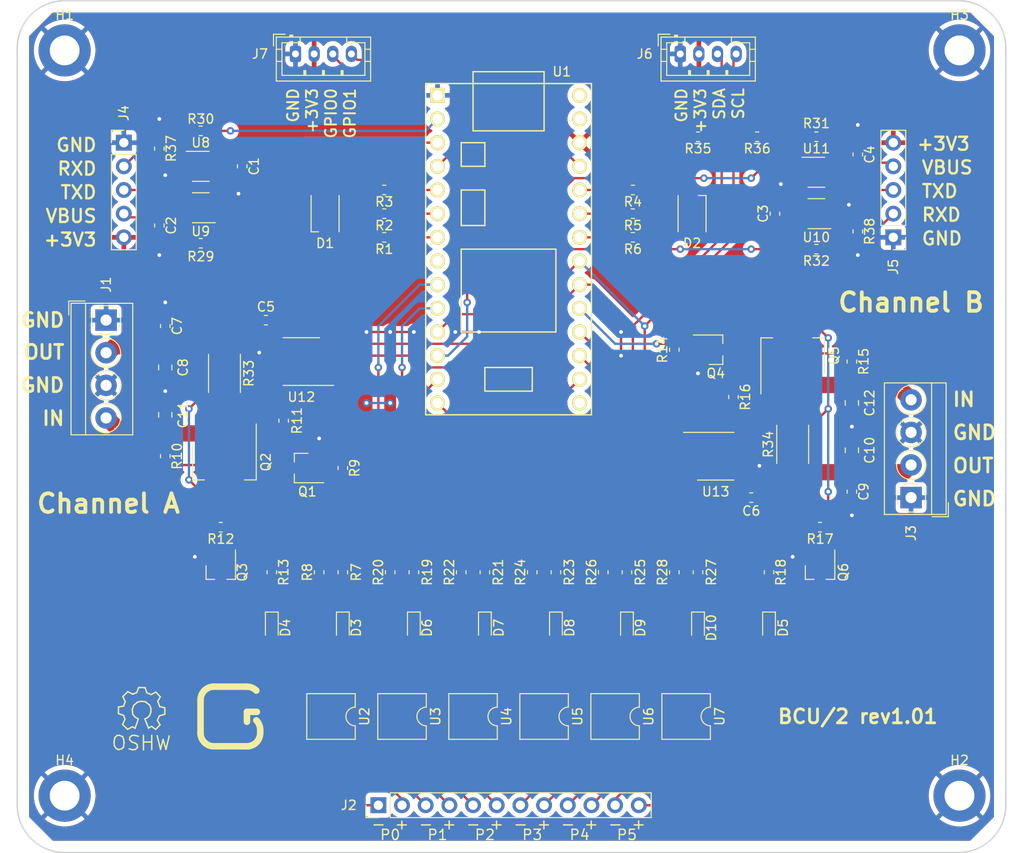
<source format=kicad_pcb>
(kicad_pcb (version 20211014) (generator pcbnew)
  (layers (0 "F.Cu" signal) (31 "B.Cu" signal) (34 "B.Paste" user) (35 "F.Paste" user) (36 "B.SilkS" user "B.Silkscreen") (37 "F.SilkS" user "F.Silkscreen") (38 "B.Mask" user) (39 "F.Mask" user) (44 "Edge.Cuts" user))
  (net 0 "")
  (net 1 "Net-(D2-Pad3)")
  (net 2 "Net-(D2-Pad4)")
  (net 3 "GND")
  (net 4 "+3V3")
  (net 5 "Net-(D3-Pad1)")
  (net 6 "Net-(D4-Pad1)")
  (net 7 "Net-(D5-Pad1)")
  (net 8 "Net-(D6-Pad1)")
  (net 9 "Net-(D7-Pad1)")
  (net 10 "Net-(D8-Pad1)")
  (net 11 "Net-(D9-Pad1)")
  (net 12 "Net-(D10-Pad1)")
  (net 13 "/Power Channel A/OUT")
  (net 14 "/Power Channel A/IN")
  (net 15 "P0-")
  (net 16 "P0+")
  (net 17 "P1-")
  (net 18 "P1+")
  (net 19 "P2-")
  (net 20 "P2+")
  (net 21 "P3-")
  (net 22 "P3+")
  (net 23 "P4-")
  (net 24 "P4+")
  (net 25 "P5-")
  (net 26 "P5+")
  (net 27 "PWRA_EN")
  (net 28 "Net-(Q2-Pad1)")
  (net 29 "PWRB_EN")
  (net 30 "Net-(Q5-Pad1)")
  (net 31 "LEDA_R")
  (net 32 "Net-(D1-Pad4)")
  (net 33 "LEDA_G")
  (net 34 "LEDA_B")
  (net 35 "Net-(D1-Pad3)")
  (net 36 "LEDB_R")
  (net 37 "LEDB_G")
  (net 38 "LEDB_B")
  (net 39 "P0")
  (net 40 "Net-(R8-Pad2)")
  (net 41 "P1")
  (net 42 "Net-(R20-Pad2)")
  (net 43 "P2")
  (net 44 "Net-(R22-Pad2)")
  (net 45 "P3")
  (net 46 "Net-(R24-Pad2)")
  (net 47 "P4")
  (net 48 "Net-(R26-Pad2)")
  (net 49 "P5")
  (net 50 "Net-(R28-Pad2)")
  (net 51 "UARTA_TX")
  (net 52 "UARTA_RX")
  (net 53 "UARTB_TX")
  (net 54 "UARTB_RX")
  (net 55 "/UART Channel A/VBUS")
  (net 56 "/UART Channel B/VBUS")
  (net 57 "Net-(Q1-Pad3)")
  (net 58 "Net-(Q3-Pad3)")
  (net 59 "Net-(Q4-Pad3)")
  (net 60 "Net-(Q6-Pad3)")
  (net 61 "/Power Channel B/IN")
  (net 62 "/Power Channel B/OUT")
  (net 63 "SCL")
  (net 64 "SDA")
  (net 65 "Net-(Q2-Pad2)")
  (net 66 "Net-(Q5-Pad2)")
  (net 67 "/UART Channel A/RXD")
  (net 68 "/UART Channel A/TXD")
  (net 69 "/UART Channel B/TXD")
  (net 70 "/UART Channel B/RXD")
  (net 71 "GPIO0")
  (net 72 "GPIO1")
  (net 73 "Net-(D1-Pad2)")
  (net 74 "Net-(D2-Pad2)")
  (footprint "LED_SMD:LED_0603_1608Metric_Castellated" (layer "F.Cu") (at 171.45 109.855 -90)
    (fp_text reference "D9")
    (fp_text value "Yellow")
  )
  (footprint "Resistor_SMD:R_0603_1608Metric_Pad1.05x0.95mm_HandSolder" (layer "F.Cu") (at 171.45 103.9 -90)
    (fp_text reference "R25")
    (fp_text value "1K")
  )
  (footprint "LED_SMD:LED_0603_1608Metric_Castellated" (layer "F.Cu") (at 148.59 109.855 -90)
    (fp_text reference "D6")
    (fp_text value "Yellow")
  )
  (footprint "Resistor_SMD:R_0603_1608Metric_Pad1.05x0.95mm_HandSolder" (layer "F.Cu") (at 179.07 103.9 -90)
    (fp_text reference "R27")
    (fp_text value "1K")
  )
  (footprint "LED_SMD:LED_0603_1608Metric_Castellated" (layer "F.Cu") (at 156.21 109.855 -90)
    (fp_text reference "D7")
    (fp_text value "Yellow")
  )
  (footprint "LED_SMD:LED_0603_1608Metric_Castellated" (layer "F.Cu") (at 163.83 109.855 -90)
    (fp_text reference "D8")
    (fp_text value "Yellow")
  )
  (footprint "LED_SMD:LED_0603_1608Metric_Castellated" (layer "F.Cu") (at 179.07 109.855 -90)
    (fp_text reference "D10")
    (fp_text value "Yellow")
  )
  (footprint "Resistor_SMD:R_0603_1608Metric_Pad1.05x0.95mm_HandSolder" (layer "F.Cu") (at 163.83 103.9 -90)
    (fp_text reference "R23")
    (fp_text value "1K")
  )
  (footprint "Resistor_SMD:R_0603_1608Metric_Pad1.05x0.95mm_HandSolder" (layer "F.Cu") (at 140.97 103.9 -90)
    (fp_text reference "R7")
    (fp_text value "1K")
  )
  (footprint "Resistor_SMD:R_0603_1608Metric_Pad1.05x0.95mm_HandSolder" (layer "F.Cu") (at 148.59 103.9 -90)
    (fp_text reference "R19")
    (fp_text value "1K")
  )
  (footprint "Resistor_SMD:R_0603_1608Metric_Pad1.05x0.95mm_HandSolder" (layer "F.Cu") (at 156.21 103.9 -90)
    (fp_text reference "R21")
    (fp_text value "1K")
  )
  (footprint "Resistor_SMD:R_0603_1608Metric_Pad1.05x0.95mm_HandSolder" (layer "F.Cu") (at 182.88 85.09 90)
    (fp_text reference "R16")
    (fp_text value "47K")
  )
  (footprint "LED_SMD:LED_0603_1608Metric_Castellated" (layer "F.Cu") (at 140.97 109.855 -90)
    (fp_text reference "D3")
    (fp_text value "Yellow")
  )
  (footprint "Resistor_SMD:R_0603_1608Metric_Pad1.05x0.95mm_HandSolder" (layer "F.Cu") (at 161.29 103.9 -90)
    (fp_text reference "R24")
    (fp_text value "270")
  )
  (footprint "Resistor_SMD:R_0603_1608Metric_Pad1.05x0.95mm_HandSolder" (layer "F.Cu") (at 176.53 103.9 -90)
    (fp_text reference "R28")
    (fp_text value "270")
  )
  (footprint "Resistor_SMD:R_0603_1608Metric_Pad1.05x0.95mm_HandSolder" (layer "F.Cu") (at 168.91 103.9 -90)
    (fp_text reference "R26")
    (fp_text value "270")
  )
  (footprint "Resistor_SMD:R_0603_1608Metric_Pad1.05x0.95mm_HandSolder" (layer "F.Cu") (at 153.67 103.9 -90)
    (fp_text reference "R22")
    (fp_text value "270")
  )
  (footprint "Resistor_SMD:R_0603_1608Metric_Pad1.05x0.95mm_HandSolder" (layer "F.Cu") (at 146.05 103.9 -90)
    (fp_text reference "R20")
    (fp_text value "270")
  )
  (footprint "Resistor_SMD:R_0603_1608Metric_Pad1.05x0.95mm_HandSolder" (layer "F.Cu") (at 138.43 103.9 -90)
    (fp_text reference "R8")
    (fp_text value "270")
  )
  (footprint "Resistor_SMD:R_0603_1608Metric_Pad1.05x0.95mm_HandSolder" (layer "F.Cu") (at 172.085 67.945)
    (fp_text reference "R6")
    (fp_text value "100")
  )
  (footprint "Package_DIP:SMDIP-4_W7.62mm" (layer "F.Cu") (at 177.8 119.38 -90)
    (fp_text reference "U7")
    (fp_text value "HCPL-181")
  )
  (footprint "Package_DIP:SMDIP-4_W7.62mm" (layer "F.Cu") (at 162.56 119.38 -90)
    (fp_text reference "U5")
    (fp_text value "HCPL-181")
  )
  (footprint "Package_DIP:SMDIP-4_W7.62mm" (layer "F.Cu") (at 139.7 119.38 -90)
    (fp_text reference "U2")
    (fp_text value "HCPL-181")
  )
  (footprint "Package_DIP:SMDIP-4_W7.62mm" (layer "F.Cu") (at 170.18 119.38 -90)
    (fp_text reference "U6")
    (fp_text value "HCPL-181")
  )
  (footprint "Package_DIP:SMDIP-4_W7.62mm" (layer "F.Cu") (at 154.94 119.38 -90)
    (fp_text reference "U4")
    (fp_text value "HCPL-181")
  )
  (footprint "Package_DIP:SMDIP-4_W7.62mm" (layer "F.Cu") (at 147.32 119.38 -90)
    (fp_text reference "U3")
    (fp_text value "HCPL-181")
  )
  (footprint "LED_SMD:LED_0603_1608Metric_Castellated" (layer "F.Cu") (at 186.69 109.855 -90)
    (fp_text reference "D5")
    (fp_text value "Green")
  )
  (footprint "Resistor_SMD:R_0603_1608Metric_Pad1.05x0.95mm_HandSolder" (layer "F.Cu") (at 172.085 62.865)
    (fp_text reference "R4")
    (fp_text value "680")
  )
  (footprint "Package_SO:SOIC-8_3.9x4.9mm_P1.27mm" (layer "F.Cu") (at 136.525 81.28 180)
    (fp_text reference "U12")
    (fp_text value "INA219xID")
  )
  (footprint "Package_TO_SOT_SMD:SOT-223-3_TabPin2" (layer "F.Cu") (at 189.23 80.645 90)
    (fp_text reference "Q5")
    (fp_text value "NTF6P02")
  )
  (footprint "TerminalBlock_MetzConnect:TerminalBlock_MetzConnect_Type059_RT06304HBWC_1x04_P3.50mm_Horizontal" (layer "F.Cu") (at 201.93 95.885 90)
    (fp_text reference "J3")
    (fp_text value "Screw_Terminal_01x04")
  )
  (footprint "Resistor_SMD:R_2512_6332Metric_Pad1.52x3.35mm_HandSolder" (layer "F.Cu") (at 189.23 90.17 90)
    (fp_text reference "R34")
    (fp_text value "0.1 1% 2W")
  )
  (footprint "Capacitor_SMD:C_0805_2012Metric_Pad1.15x1.40mm_HandSolder" (layer "F.Cu") (at 195.58 90.805 -90)
    (fp_text reference "C10")
    (fp_text value "10µ")
  )
  (footprint "Package_SO:SOIC-8_3.9x4.9mm_P1.27mm" (layer "F.Cu") (at 180.975 91.44)
    (fp_text reference "U13")
    (fp_text value "INA219xID")
  )
  (footprint "Resistor_SMD:R_0603_1608Metric_Pad1.05x0.95mm_HandSolder" (layer "F.Cu") (at 195.58 81.28 90)
    (fp_text reference "R15")
    (fp_text value "47K")
  )
  (footprint "Capacitor_SMD:C_0603_1608Metric_Pad1.05x0.95mm_HandSolder" (layer "F.Cu") (at 184.785 95.885 180)
    (fp_text reference "C6")
    (fp_text value "100n")
  )
  (footprint "Capacitor_SMD:C_0805_2012Metric_Pad1.15x1.40mm_HandSolder" (layer "F.Cu") (at 195.58 85.725 90)
    (fp_text reference "C12")
    (fp_text value "10µ")
  )
  (footprint "Capacitor_SMD:C_0603_1608Metric_Pad1.05x0.95mm_HandSolder" (layer "F.Cu") (at 195.58 95.25 90)
    (fp_text reference "C9")
    (fp_text value "100n")
  )
  (footprint "Package_TO_SOT_SMD:SOT-23_Handsoldering" (layer "F.Cu") (at 180.975 80.01)
    (fp_text reference "Q4")
    (fp_text value "2N7002")
  )
  (footprint "Resistor_SMD:R_0603_1608Metric_Pad1.05x0.95mm_HandSolder" (layer "F.Cu") (at 176.53 80.01 -90)
    (fp_text reference "R14")
    (fp_text value "10K")
  )
  (footprint "Resistor_SMD:R_0603_1608Metric_Pad1.05x0.95mm_HandSolder" (layer "F.Cu") (at 186.69 103.9 90)
    (fp_text reference "R18")
    (fp_text value "1K")
  )
  (footprint "Resistor_SMD:R_2512_6332Metric_Pad1.52x3.35mm_HandSolder" (layer "F.Cu") (at 128.27 82.55 -90)
    (fp_text reference "R33")
    (fp_text value "0.1 1% 2W")
  )
  (footprint "TerminalBlock_MetzConnect:TerminalBlock_MetzConnect_Type059_RT06304HBWC_1x04_P3.50mm_Horizontal" (layer "F.Cu") (at 115.57 76.835 -90)
    (fp_text reference "J1")
    (fp_text value "Screw_Terminal_01x04")
  )
  (footprint "Resistor_SMD:R_0603_1608Metric_Pad1.05x0.95mm_HandSolder" (layer "F.Cu") (at 145.415 65.405 180)
    (fp_text reference "R2")
    (fp_text value "100")
  )
  (footprint "Package_TO_SOT_SMD:SOT-23-5_HandSoldering" (layer "F.Cu") (at 191.77 60.96)
    (fp_text reference "U11")
    (fp_text value "74LV1T08")
  )
  (footprint "Capacitor_SMD:C_0603_1608Metric_Pad1.05x0.95mm_HandSolder" (layer "F.Cu") (at 196.215 59.055 -90)
    (fp_text reference "C4")
    (fp_text value "100n")
  )
  (footprint "Capacitor_SMD:C_0603_1608Metric_Pad1.05x0.95mm_HandSolder" (layer "F.Cu") (at 187.325 65.405 -90)
    (fp_text reference "C3")
    (fp_text value "100n")
  )
  (footprint "Connector_PinHeader_2.54mm:PinHeader_1x05_P2.54mm_Vertical" (layer "F.Cu") (at 200.025 67.945 180)
    (fp_text reference "J5")
    (fp_text value "Conn_01x05_Male")
  )
  (footprint "Package_TO_SOT_SMD:SOT-23-5_HandSoldering" (layer "F.Cu") (at 191.77 65.405 180)
    (fp_text reference "U10")
    (fp_text value "74LV1T08")
  )
  (footprint "Package_TO_SOT_SMD:SOT-23_Handsoldering" (layer "F.Cu") (at 127.875 103.9 -90)
    (fp_text reference "Q3")
    (fp_text value "2N7002")
  )
  (footprint "Resistor_SMD:R_0603_1608Metric_Pad1.05x0.95mm_HandSolder" (layer "F.Cu") (at 145.415 62.865 180)
    (fp_text reference "R3")
    (fp_text value "100")
  )
  (footprint "Resistor_SMD:R_0603_1608Metric_Pad1.05x0.95mm_HandSolder" (layer "F.Cu") (at 172.085 65.405)
    (fp_text reference "R5")
    (fp_text value "100")
  )
  (footprint "Capacitor_SMD:C_0805_2012Metric_Pad1.15x1.40mm_HandSolder" (layer "F.Cu") (at 121.92 81.915 90)
    (fp_text reference "C8")
    (fp_text value "10µ")
  )
  (footprint "Resistor_SMD:R_0603_1608Metric_Pad1.05x0.95mm_HandSolder" (layer "F.Cu") (at 121.92 91.44 -90)
    (fp_text reference "R10")
    (fp_text value "47K")
  )
  (footprint "Capacitor_SMD:C_0603_1608Metric_Pad1.05x0.95mm_HandSolder" (layer "F.Cu") (at 121.92 77.47 -90)
    (fp_text reference "C7")
    (fp_text value "100n")
  )
  (footprint "Capacitor_SMD:C_0805_2012Metric_Pad1.15x1.40mm_HandSolder" (layer "F.Cu") (at 121.92 86.995 -90)
    (fp_text reference "C11")
    (fp_text value "10µ")
  )
  (footprint "Resistor_SMD:R_0603_1608Metric_Pad1.05x0.95mm_HandSolder" (layer "F.Cu") (at 134.62 87.63 -90)
    (fp_text reference "R11")
    (fp_text value "47K")
  )
  (footprint "Capacitor_SMD:C_0603_1608Metric_Pad1.05x0.95mm_HandSolder" (layer "F.Cu") (at 132.715 76.835)
    (fp_text reference "C5")
    (fp_text value "100n")
  )
  (footprint "Resistor_SMD:R_0603_1608Metric_Pad1.05x0.95mm_HandSolder" (layer "F.Cu") (at 127.875 99.06 180)
    (fp_text reference "R12")
    (fp_text value "100K")
  )
  (footprint "Package_TO_SOT_SMD:SOT-223-3_TabPin2" (layer "F.Cu") (at 128.27 92.075 -90)
    (fp_text reference "Q2")
    (fp_text value "NTF6P02")
  )
  (footprint "Package_TO_SOT_SMD:SOT-23_Handsoldering" (layer "F.Cu") (at 136.525 92.71 180)
    (fp_text reference "Q1")
    (fp_text value "2N7002")
  )
  (footprint "Resistor_SMD:R_0603_1608Metric_Pad1.05x0.95mm_HandSolder" (layer "F.Cu") (at 179.07 57.15)
    (fp_text reference "R35")
    (fp_text value "4K7")
  )
  (footprint "Resistor_SMD:R_0603_1608Metric_Pad1.05x0.95mm_HandSolder" (layer "F.Cu") (at 185.42 57.15 180)
    (fp_text reference "R36")
    (fp_text value "4K7")
  )
  (footprint "Connector_JST:JST_PH_B4B-PH-K_1x04_P2.00mm_Vertical" (layer "F.Cu") (at 135.89 48.26)
    (fp_text reference "J7")
    (fp_text value "Conn_01x04_Male")
  )
  (footprint "Symbols:Symbol_OSHW-Logo_SilkScreen" (layer "F.Cu") (at 119.38 118.745)
    (fp_text reference "OSHW" hide)
    (fp_text value "Symbol_OSHW-Logo_SilkScreen")
  )
  (footprint "LED_SMD:LED_0603_1608Metric_Castellated" (layer "F.Cu") (at 133.35 109.855 -90)
    (fp_text reference "D4")
    (fp_text value "Green")
  )
  (footprint "Resistor_SMD:R_0603_1608Metric_Pad1.05x0.95mm_HandSolder" (layer "F.Cu") (at 133.35 103.9 90)
    (fp_text reference "R13")
    (fp_text value "1K")
  )
  (footprint "Resistor_SMD:R_0603_1608Metric_Pad1.05x0.95mm_HandSolder" (layer "F.Cu") (at 192.165 99.06 180)
    (fp_text reference "R17")
    (fp_text value "100K")
  )
  (footprint "Connector_PinHeader_2.54mm:PinHeader_1x12_P2.54mm_Vertical" (layer "F.Cu") (at 144.78 128.905 90)
    (fp_text reference "J2")
    (fp_text value "Conn_01x12_Male")
  )
  (footprint "Package_TO_SOT_SMD:SOT-23_Handsoldering" (layer "F.Cu") (at 192.165 103.9 -90)
    (fp_text reference "Q6")
    (fp_text value "2N7002")
  )
  (footprint "Resistor_SMD:R_0603_1608Metric_Pad1.05x0.95mm_HandSolder" (layer "F.Cu") (at 140.97 92.71 90)
    (fp_text reference "R9")
    (fp_text value "10K")
  )
  (footprint "Resistor_SMD:R_0603_1608Metric_Pad1.05x0.95mm_HandSolder" (layer "F.Cu") (at 191.77 69.215)
    (fp_text reference "R32")
    (fp_text value "0*")
  )
  (footprint "LED_SMD:LED_Cree-PLCC4_3.2x2.8mm_CCW" (layer "F.Cu") (at 178.435 65.405 -90)
    (fp_text reference "D2")
    (fp_text value "LED_ARGB")
  )
  (footprint "Resistor_SMD:R_0603_1608Metric_Pad1.05x0.95mm_HandSolder" (layer "F.Cu") (at 121.285 58.42 90)
    (fp_text reference "R37")
    (fp_text value "47K")
  )
  (footprint "LED_SMD:LED_Cree-PLCC4_3.2x2.8mm_CCW" (layer "F.Cu") (at 139.065 65.405 90)
    (fp_text reference "D1")
    (fp_text value "LED_ARGB")
  )
  (footprint "Resistor_SMD:R_0603_1608Metric_Pad1.05x0.95mm_HandSolder" (layer "F.Cu") (at 145.415 67.945 180)
    (fp_text reference "R1")
    (fp_text value "680")
  )
  (footprint "MountingHole:MountingHole_3.2mm_M3_DIN965_Pad" (layer "F.Cu") (at 207.125 127.88)
    (fp_text reference "H2")
    (fp_text value "MountingHole_Pad")
  )
  (footprint "MountingHole:MountingHole_3.2mm_M3_DIN965_Pad" (layer "F.Cu") (at 207.125 47.88)
    (fp_text reference "H3")
    (fp_text value "MountingHole_Pad")
  )
  (footprint "MountingHole:MountingHole_3.2mm_M3_DIN965_Pad" (layer "F.Cu") (at 111.125 127.88)
    (fp_text reference "H4")
    (fp_text value "MountingHole_Pad")
  )
  (footprint "Package_TO_SOT_SMD:SOT-23-5_HandSoldering" (layer "F.Cu") (at 125.73 60.325)
    (fp_text reference "U8")
    (fp_text value "74LV1T08")
  )
  (footprint "Package_TO_SOT_SMD:SOT-23-5_HandSoldering" (layer "F.Cu") (at 125.73 64.77 180)
    (fp_text reference "U9")
    (fp_text value "74LV1T08")
  )
  (footprint "Resistor_SMD:R_0603_1608Metric_Pad1.05x0.95mm_HandSolder" (layer "F.Cu") (at 125.73 56.515 180)
    (fp_text reference "R30")
    (fp_text value "0*")
  )
  (footprint "Capacitor_SMD:C_0603_1608Metric_Pad1.05x0.95mm_HandSolder" (layer "F.Cu") (at 121.285 66.675 90)
    (fp_text reference "C2")
    (fp_text value "100n")
  )
  (footprint "Resistor_SMD:R_0603_1608Metric_Pad1.05x0.95mm_HandSolder" (layer "F.Cu") (at 125.73 68.58 180)
    (fp_text reference "R29")
    (fp_text value "0*")
  )
  (footprint "Resistor_SMD:R_0603_1608Metric_Pad1.05x0.95mm_HandSolder" (layer "F.Cu") (at 191.77 57.15)
    (fp_text reference "R31")
    (fp_text value "0*")
  )
  (footprint "Capacitor_SMD:C_0603_1608Metric_Pad1.05x0.95mm_HandSolder" (layer "F.Cu") (at 130.175 60.325 90)
    (fp_text reference "C1")
    (fp_text value "100n")
  )
  (footprint "MountingHole:MountingHole_3.2mm_M3_DIN965_Pad" (layer "F.Cu") (at 111.125 47.88)
    (fp_text reference "H1")
    (fp_text value "MountingHole_Pad")
  )
  (footprint "Resistor_SMD:R_0603_1608Metric_Pad1.05x0.95mm_HandSolder" (layer "F.Cu") (at 196.215 67.31 -90)
    (fp_text reference "R38")
    (fp_text value "47K")
  )
  (footprint "teensy:Teensy32-DIP28" (layer "F.Cu") (at 158.75 69.215 -90)
    (fp_text reference "U1")
    (fp_text value "Teensy3.2")
  )
  (footprint "Connector_JST:JST_PH_B4B-PH-K_1x04_P2.00mm_Vertical" (layer "F.Cu") (at 177.165 48.26)
    (fp_text reference "J6")
    (fp_text value "Conn_01x04_Male")
  )
  (footprint "geert:Glider_bvba_G_Medium" (layer "F.Cu") (at 128.905 119.38)
    (fp_text reference "Glider" hide)
    (fp_text value "Glider logo")
  )
  (footprint "Connector_PinHeader_2.54mm:PinHeader_1x05_P2.54mm_Vertical" (layer "F.Cu") (at 117.475 57.785)
    (fp_text reference "J4")
    (fp_text value "Conn_01x05_Male")
  )
  (gr_line (start 212.09 128.905) (end 212.09 47.625) (layer "Edge.Cuts") (width 0.15))
  (gr_arc (start 111.125 133.985) (mid 107.532898 132.497102) (end 106.045 128.905) (layer "Edge.Cuts") (width 0.15))
  (gr_arc (start 212.09 128.905) (mid 210.602102 132.497102) (end 207.01 133.985) (layer "Edge.Cuts") (width 0.15))
  (gr_line (start 111.125 42.545) (end 207.01 42.545) (layer "Edge.Cuts") (width 0.15))
  (gr_line (start 111.125 133.985) (end 207.01 133.985) (layer "Edge.Cuts") (width 0.15))
  (gr_arc (start 106.045 47.625) (mid 107.532898 44.032898) (end 111.125 42.545) (layer "Edge.Cuts") (width 0.15))
  (gr_line (start 106.045 47.625) (end 106.045 128.905) (layer "Edge.Cuts") (width 0.15))
  (gr_arc (start 207.01 42.545) (mid 210.602102 44.032898) (end 212.09 47.625) (layer "Edge.Cuts") (width 0.15))
  (gr_text "IN\n" (at 111.252 87.376) (layer "F.SilkS") (effects (font (size 1.5 1.5) (thickness 0.3)) (justify right)))
  (gr_text "OUT\n" (at 111.252 80.264) (layer "F.SilkS") (effects (font (size 1.5 1.5) (thickness 0.3)) (justify right)))
  (gr_text "GND" (at 206.248 88.9) (layer "F.SilkS") (effects (font (size 1.5 1.5) (thickness 0.3)) (justify left)))
  (gr_text "OUT" (at 206.248 92.456) (layer "F.SilkS") (effects (font (size 1.5 1.5) (thickness 0.3)) (justify left)))
  (gr_text "+3V3" (at 202.438 57.912) (layer "F.SilkS") (effects (font (size 1.4 1.4) (thickness 0.25)) (justify left)))
  (gr_text "GND" (at 177.292 51.816 90) (layer "F.SilkS") (effects (font (size 1.2 1.2) (thickness 0.2)) (justify right)))
  (gr_text "SCL" (at 183.388 51.816 90) (layer "F.SilkS") (effects (font (size 1.2 1.2) (thickness 0.2)) (justify right)))
  (gr_text "GND" (at 135.636 51.816 90) (layer "F.SilkS") (effects (font (size 1.2 1.2) (thickness 0.2)) (justify right)))
  (gr_text "+3V3" (at 137.668 51.816 90) (layer "F.SilkS") (effects (font (size 1.2 1.2) (thickness 0.2)) (justify right)))
  (gr_text "GPIO0" (at 139.7 51.816 90) (layer "F.SilkS") (effects (font (size 1.2 1.2) (thickness 0.2)) (justify right)))
  (gr_text "GPIO1" (at 141.732 51.816 90) (layer "F.SilkS") (effects (font (size 1.2 1.2) (thickness 0.2)) (justify right)))
  (gr_text "GND" (at 111.252 76.835) (layer "F.SilkS") (effects (font (size 1.5 1.5) (thickness 0.3)) (justify right)))
  (gr_text "- +" (at 146.05 130.937) (layer "F.SilkS") (effects (font (size 1.1 1.25))))
  (gr_text "P1" (at 151.13 132.08) (layer "F.SilkS") (effects (font (size 1.1 1.1))))
  (gr_text "- +" (at 151.13 130.937) (layer "F.SilkS") (effects (font (size 1.1 1.25))))
  (gr_text "- +" (at 171.45 130.937) (layer "F.SilkS") (effects (font (size 1.1 1.25))))
  (gr_text "P4" (at 166.37 132.08) (layer "F.SilkS") (effects (font (size 1.1 1.1))))
  (gr_text "P5" (at 171.45 132.08) (layer "F.SilkS") (effects (font (size 1.1 1.1))))
  (gr_text "P0" (at 146.05 132.08) (layer "F.SilkS") (effects (font (size 1.1 1.1))))
  (gr_text "GND" (at 206.248 96.012) (layer "F.SilkS") (effects (font (size 1.5 1.5) (thickness 0.3)) (justify left)))
  (gr_text "GND" (at 111.252 83.82) (layer "F.SilkS") (effects (font (size 1.5 1.5) (thickness 0.3)) (justify right)))
  (gr_text "Channel A" (at 115.824 96.52) (layer "F.SilkS") (effects (font (size 2 2) (thickness 0.4))))
  (gr_text "P2" (at 156.21 132.08) (layer "F.SilkS") (effects (font (size 1.1 1.1))))
  (gr_text "IN" (at 206.248 85.344) (layer "F.SilkS") (effects (font (size 1.5 1.5) (thickness 0.3)) (justify left)))
  (gr_text "- +" (at 156.21 130.937) (layer "F.SilkS") (effects (font (size 1.1 1.25))))
  (gr_text "+3V3" (at 179.324 51.816 90) (layer "F.SilkS") (effects (font (size 1.2 1.2) (thickness 0.2)) (justify right)))
  (gr_text "BCU/2 rev1.01" (at 196.215 119.38) (layer "F.SilkS") (effects (font (size 1.5 1.5) (thickness 0.3))))
  (gr_text "GND" (at 114.681 58.039) (layer "F.SilkS") (effects (font (size 1.4 1.4) (thickness 0.25)) (justify right)))
  (gr_text "- +" (at 161.29 130.937) (layer "F.SilkS") (effects (font (size 1.1 1.25))))
  (gr_text "RXD" (at 202.946 65.532) (layer "F.SilkS") (effects (font (size 1.4 1.4) (thickness 0.25)) (justify left)))
  (gr_text "VBUS" (at 114.681 65.659) (layer "F.SilkS") (effects (font (size 1.4 1.4) (thickness 0.25)) (justify right)))
  (gr_text "RXD" (at 114.681 60.579) (layer "F.SilkS") (effects (font (size 1.4 1.4) (thickness 0.25)) (justify right)))
  (gr_text "P3" (at 161.29 132.08) (layer "F.SilkS") (effects (font (size 1.1 1.1))))
  (gr_text "TXD" (at 202.946 62.992) (layer "F.SilkS") (effects (font (size 1.4 1.4) (thickness 0.25)) (justify left)))
  (gr_text "VBUS" (at 202.946 60.452) (layer "F.SilkS") (effects (font (size 1.4 1.4) (thickness 0.25)) (justify left)))
  (gr_text "TXD" (at 114.681 63.119) (layer "F.SilkS") (effects (font (size 1.4 1.4) (thickness 0.25)) (justify right)))
  (gr_text "+3V3" (at 114.681 68.199) (layer "F.SilkS") (effects (font (size 1.4 1.4) (thickness 0.25)) (justify right)))
  (gr_text "SDA" (at 181.356 51.816 90) (layer "F.SilkS") (effects (font (size 1.2 1.2) (thickness 0.2)) (justify right)))
  (gr_text "- +" (at 166.37 130.937) (layer "F.SilkS") (effects (font (size 1.1 1.25))))
  (gr_text "GND" (at 202.946 68.072) (layer "F.SilkS") (effects (font (size 1.4 1.4) (thickness 0.25)) (justify left)))
  (gr_text "Channel B" (at 201.93 74.93) (layer "F.SilkS") (effects (font (size 2 2) (thickness 0.4))))
  (segment (start 176.585 65.405) (end 177.735 66.555) (width 0.25) (layer "F.Cu") (net 1))
  (segment (start 177.735 66.555) (end 177.735 66.655) (width 0.25) (layer "F.Cu") (net 1))
  (segment (start 172.96 65.405) (end 176.585 65.405) (width 0.25) (layer "F.Cu") (net 1))
  (segment (start 172.96 67.945) (end 177.945 67.945) (width 0.25) (layer "F.Cu") (net 2))
  (segment (start 177.945 67.945) (end 179.135 66.755) (width 0.25) (layer "F.Cu") (net 2))
  (segment (start 179.135 66.755) (end 179.135 66.655) (width 0.25) (layer "F.Cu") (net 2))
  (segment (start 185.264998 92.075) (end 185.659999 92.470001) (width 0.25) (layer "F.Cu") (net 3))
  (segment (start 183.675 92.075) (end 185.264998 92.075) (width 0.25) (layer "F.Cu") (net 3))
  (segment (start 133.986298 80.7168) (end 132.3963 80.7168) (width 0.25) (layer "F.Cu") (net 3))
  (segment (start 132.001299 76.846801) (end 132.001299 79.756114) (width 0.25) (layer "F.Cu") (net 3))
  (segment (start 132.3963 80.7168) (end 132.001299 80.321799) (width 0.25) (layer "F.Cu") (net 3))
  (segment (start 132.001299 79.756114) (end 132.001299 80.321799) (width 0.25) (layer "F.Cu") (net 3))
  (segment (start 191.215 99.135) (end 191.29 99.06) (width 0.25) (layer "F.Cu") (net 3))
  (segment (start 130.175 62.864954) (end 130.174967 62.864987) (width 0.25) (layer "F.Cu") (net 3))
  (segment (start 170.815 78.105) (end 170.815 80.645) (width 0.25) (layer "F.Cu") (net 3))
  (segment (start 191.05 102.235) (end 189.23 102.235) (width 0.25) (layer "F.Cu") (net 3))
  (segment (start 179.07 81.365) (end 179.07 82.55) (width 0.25) (layer "F.Cu") (net 3))
  (segment (start 179.475 80.96) (end 176.605 80.96) (width 0.25) (layer "F.Cu") (net 3))
  (segment (start 182.245 92.075) (end 179.705 89.535) (width 0.25) (layer "F.Cu") (net 3))
  (segment (start 137.16 81.915) (end 138.2 81.915) (width 0.25) (layer "F.Cu") (net 3))
  (segment (start 193.12 64.455) (end 195.25996 64.455) (width 0.25) (layer "F.Cu") (net 3))
  (segment (start 124.38 61.275) (end 121.920012 61.275) (width 0.25) (layer "F.Cu") (net 3))
  (segment (start 196.455 67.945) (end 196.215 68.185) (width 0.25) (layer "F.Cu") (net 3))
  (segment (start 187.560001 62.629999) (end 187.96 62.23) (width 0.25) (layer "F.Cu") (net 3))
  (segment (start 179.705 89.535) (end 178.75 89.535) (width 0.25) (layer "F.Cu") (net 3))
  (segment (start 153.035 78.105) (end 155.575 78.105) (width 0.25) (layer "F.Cu") (net 3))
  (segment (start 200.025 67.945) (end 196.455 67.945) (width 0.25) (layer "F.Cu") (net 3))
  (segment (start 126.925 102.4) (end 126.925 99.135) (width 0.25) (layer "F.Cu") (net 3))
  (segment (start 195.58 89.78) (end 195.58 88.265) (width 0.25) (layer "F.Cu") (net 3))
  (segment (start 121.285 67.55) (end 121.285 69.85) (width 0.25) (layer "F.Cu") (net 3))
  (segment (start 130.174967 62.864987) (end 129.774968 63.264986) (width 0.25) (layer "F.Cu") (net 3))
  (segment (start 138.2 81.915) (end 139.225 81.915) (width 0.25) (layer "F.Cu") (net 3))
  (segment (start 127.08 63.82) (end 129.219954 63.82) (width 0.25) (layer "F.Cu") (net 3))
  (segment (start 190.42 61.91) (end 188.28 61.91) (width 0.25) (layer "F.Cu") (net 3))
  (segment (start 121.285 57.545) (end 121.285 55.245) (width 0.25) (layer "F.Cu") (net 3))
  (segment (start 196.215 58.18) (end 196.215 55.88) (width 0.25) (layer "F.Cu") (net 3))
  (segment (start 183.675 92.075) (end 182.245 92.075) (width 0.25) (layer "F.Cu") (net 3))
  (segment (start 126.925 99.135) (end 127 99.06) (width 0.25) (layer "F.Cu") (net 3))
  (segment (start 195.58 96.125) (end 195.58 97.79) (width 0.25) (layer "F.Cu") (net 3))
  (segment (start 138.1 91.835) (end 138.025 91.76) (width 0.25) (layer "F.Cu") (net 3))
  (segment (start 195.58 86.75) (end 195.58 88.265) (width 0.25) (layer "F.Cu") (net 3))
  (segment (start 129.374969 63.664985) (end 129.774968 63.264986) (width 0.25) (layer "F.Cu") (net 3))
  (segment (start 196.215 68.185) (end 196.215 69.85) (width 0.25) (layer "F.Cu") (net 3))
  (segment (start 121.92 85.97) (end 121.92 84.455) (width 0.25) (layer "F.Cu") (net 3))
  (segment (start 176.605 80.96) (end 176.53 80.885) (width 0.25) (layer "F.Cu") (net 3))
  (segment (start 135.89 80.645) (end 137.16 81.915) (width 0.25) (layer "F.Cu") (net 3))
  (segment (start 179.475 80.96) (end 179.07 81.365) (width 0.25) (layer "F.Cu") (net 3))
  (segment (start 133.825 80.645) (end 135.89 80.645) (width 0.25) (layer "F.Cu") (net 3))
  (segment (start 138.025 91.76) (end 138.43 91.355) (width 0.25) (layer "F.Cu") (net 3))
  (segment (start 127 102.235) (end 125.095 102.235) (width 0.25) (layer "F.Cu") (net 3))
  (segment (start 143.51 78.105) (end 146.05 78.105) (width 0.25) (layer "F.Cu") (net 3))
  (segment (start 191.215 102.64) (end 191.215 99.135) (width 0.25) (layer "F.Cu") (net 3))
  (segment (start 129.219954 63.82) (end 129.374969 63.664985) (width 0.25) (layer "F.Cu") (net 3))
  (segment (start 187.325 62.865) (end 187.560001 62.629999) (width 0.25) (layer "F.Cu") (net 3))
  (segment (start 185.66 95.885) (end 185.659999 92.470001) (width 0.25) (layer "F.Cu") (net 3))
  (segment (start 130.175 61.2) (end 130.175 62.864954) (width 0.25) (layer "F.Cu") (net 3))
  (segment (start 187.325 64.53) (end 187.325 62.865) (width 0.25) (layer "F.Cu") (net 3))
  (segment (start 121.92 82.94) (end 121.92 84.455) (width 0.25) (layer "F.Cu") (net 3))
  (segment (start 121.92 76.595) (end 121.92 74.93) (width 0.25) (layer "F.Cu") (net 3))
  (segment (start 117.475 57.785) (end 121.045 57.785) (width 0.25) (layer "F.Cu") (net 3))
  (segment (start 139.225 83.185) (end 139.225 81.915) (width 0.25) (layer "F.Cu") (net 3))
  (segment (start 146.05 78.105) (end 148.59 78.105) (width 0.25) (layer "F.Cu") (net 3))
  (segment (start 188.28 61.91) (end 187.96 62.23) (width 0.25) (layer "F.Cu") (net 3))
  (segment (start 191.215 102.4) (end 191.05 102.235) (width 0.25) (layer "F.Cu") (net 3))
  (segment (start 140.97 91.835) (end 138.1 91.835) (width 0.25) (layer "F.Cu") (net 3))
  (segment (start 138.43 91.355) (end 138.43 89.535) (width 0.25) (layer "F.Cu") (net 3))
  (segment (start 121.045 57.785) (end 121.285 57.545) (width 0.25) (layer "F.Cu") (net 3))
  (via (at 185.659999 92.470001) (size 0.8) (drill 0.4) (layers "F.Cu" "B.Cu") (net 3))
  (via (at 132.001299 80.321799) (size 0.8) (drill 0.4) (layers "F.Cu" "B.Cu") (net 3))
  (via (at 196.215 55.88) (size 0.8) (drill 0.4) (layers "F.Cu" "B.Cu") (net 3))
  (via (at 143.51 78.105) (size 0.8) (drill 0.4) (layers "F.Cu" "B.Cu") (net 3))
  (via (at 138.43 89.535) (size 0.8) (drill 0.4) (layers "F.Cu" "B.Cu") (net 3))
  (via (at 195.25996 64.455) (size 0.8) (drill 0.4) (layers "F.Cu" "B.Cu") (net 3))
  (via (at 148.59 78.105) (size 0.8) (drill 0.4) (layers "F.Cu" "B.Cu") (net 3))
  (via (at 121.285 69.85) (size 0.8) (drill 0.4) (layers "F.Cu" "B.Cu") (net 3))
  (via (at 170.815 78.105) (size 0.8) (drill 0.4) (layers "F.Cu" "B.Cu") (net 3))
  (via (at 121.92 84.455) (size 0.8) (drill 0.4) (layers "F.Cu" "B.Cu") (net 3))
  (via (at 121.285 55.245) (size 0.8) (drill 0.4) (layers "F.Cu" "B.Cu") (net 3))
  (via (at 121.920012 61.275) (size 0.8) (drill 0.4) (layers "F.Cu" "B.Cu") (net 3))
  (via (at 146.05 78.105) (size 0.8) (drill 0.4) (layers "F.Cu" "B.Cu") (net 3))
  (via (at 125.095 102.235) (size 0.8) (drill 0.4) (layers "F.Cu" "B.Cu") (net 3))
  (via (at 179.07 82.55) (size 0.8) (drill 0.4) (layers "F.Cu" "B.Cu") (net 3))
  (via (at 129.774968 63.264986) (size 0.8) (drill 0.4) (layers "F.Cu" "B.Cu") (net 3))
  (via (at 153.035 78.105) (size 0.8) (drill 0.4) (layers "F.Cu" "B.Cu") (net 3))
  (via (at 195.58 88.265) (size 0.8) (drill 0.4) (layers "F.Cu" "B.Cu") (net 3))
  (via (at 121.92 74.93) (size 0.8) (drill 0.4) (layers "F.Cu" "B.Cu") (net 3))
  (via (at 195.58 97.79) (size 0.8) (drill 0.4) (layers "F.Cu" "B.Cu") (net 3))
  (via (at 189.23 102.235) (size 0.8) (drill 0.4) (layers "F.Cu" "B.Cu") (net 3))
  (via (at 170.815 80.645) (size 0.8) (drill 0.4) (layers "F.Cu" "B.Cu") (net 3))
  (via (at 196.215 69.85) (size 0.8) (drill 0.4) (layers "F.Cu" "B.Cu") (net 3))
  (via (at 155.575 78.105) (size 0.8) (drill 0.4) (layers "F.Cu" "B.Cu") (net 3))
  (via (at 187.96 62.23) (size 0.8) (drill 0.4) (layers "F.Cu" "B.Cu") (net 3))
  (segment (start 171.45 113.03) (end 171.45 110.6675) (width 0.25) (layer "F.Cu") (net 4))
  (segment (start 179.07 115.57) (end 179.07 113.03) (width 0.25) (layer "F.Cu") (net 4))
  (segment (start 140.97 115.57) (end 140.97 110.6675) (width 0.25) (layer "F.Cu") (net 4))
  (segment (start 156.21 115.57) (end 156.21 110.6675) (width 0.25) (layer "F.Cu") (net 4))
  (segment (start 182.245 93.345) (end 179.705 90.805) (width 0.25) (layer "F.Cu") (net 4))
  (segment (start 133.985 77.23) (end 133.59 76.835) (width 0.25) (layer "F.Cu") (net 4))
  (segment (start 163.83 115.57) (end 163.83 110.6675) (width 0.25) (layer "F.Cu") (net 4))
  (segment (start 183.675 93.345) (end 182.245 93.345) (width 0.25) (layer "F.Cu") (net 4))
  (segment (start 179.705 90.805) (end 178.275 90.805) (width 0.25) (layer "F.Cu") (net 4))
  (segment (start 183.91 95.885) (end 183.91 93.58) (width 0.25) (layer "F.Cu") (net 4))
  (segment (start 190.42 66.355) (end 187.4 66.355) (width 0.25) (layer "F.Cu") (net 4))
  (segment (start 133.985 79.445502) (end 133.985 77.23) (width 0.25) (layer "F.Cu") (net 4))
  (segment (start 179.07 113.03) (end 179.07 110.6675) (width 0.25) (layer "F.Cu") (net 4))
  (segment (start 171.45 115.57) (end 171.45 113.03) (width 0.25) (layer "F.Cu") (net 4))
  (segment (start 127.08 59.375) (end 130.1 59.375) (width 0.25) (layer "F.Cu") (net 4))
  (segment (start 130.1 59.375) (end 130.175 59.45) (width 0.25) (layer "F.Cu") (net 4))
  (segment (start 148.59 115.57) (end 148.59 110.6675) (width 0.25) (layer "F.Cu") (net 4))
  (segment (start 183.91 93.58) (end 183.675 93.345) (width 0.25) (layer "F.Cu") (net 4))
  (segment (start 187.4 66.355) (end 187.325 66.28) (width 0.25) (layer "F.Cu") (net 4))
  (segment (start 133.986298 79.4468) (end 133.985 79.445502) (width 0.25) (layer "F.Cu") (net 4))
  (via (at 143.51 85.725) (size 0.8) (drill 0.4) (layers "F.Cu" "B.Cu") (net 4))
  (via (at 146.05 85.725) (size 0.8) (drill 0.4) (layers "F.Cu" "B.Cu") (net 4))
  (segment (start 143.51 85.725) (end 146.05 85.725) (width 0.25) (layer "B.Cu") (net 4))
  (segment (start 140.97 104.775) (end 140.97 109.0425) (width 0.25) (layer "F.Cu") (net 5))
  (segment (start 133.35 104.775) (end 133.35 109.0425) (width 0.25) (layer "F.Cu") (net 6))
  (segment (start 186.69 109.0425) (end 186.69 104.775) (width 0.25) (layer "F.Cu") (net 7))
  (segment (start 148.59 104.775) (end 148.59 109.0425) (width 0.25) (layer "F.Cu") (net 8))
  (segment (start 156.21 104.775) (end 156.21 109.0425) (width 0.25) (layer "F.Cu") (net 9))
  (segment (start 163.83 104.775) (end 163.83 109.0425) (width 0.25) (layer "F.Cu") (net 10))
  (segment (start 171.45 104.775) (end 171.45 109.0425) (width 0.25) (layer "F.Cu") (net 11))
  (segment (start 179.07 104.775) (end 179.07 109.0425) (width 0.25) (layer "F.Cu") (net 12))
  (segment (start 116.503798 79.6343) (end 115.731298 80.4068) (width 1.75) (layer "F.Cu") (net 13))
  (segment (start 133.986298 81.9868) (end 130.783798 81.9868) (width 0.25) (layer "F.Cu") (net 13))
  (segment (start 130.783798 81.9868) (end 128.431298 79.6343) (width 0.25) (layer "F.Cu") (net 13))
  (segment (start 122.081298 79.6343) (end 116.503798 79.6343) (width 1.75) (layer "F.Cu") (net 13))
  (segment (start 128.431298 79.6343) (end 122.716298 79.6343) (width 1.75) (layer "F.Cu") (net 13))
  (segment (start 121.92 80.89) (end 121.92 79.795598) (width 0.25) (layer "F.Cu") (net 13))
  (segment (start 121.92 78.345) (end 121.92 80.89) (width 0.25) (layer "F.Cu") (net 13))
  (segment (start 121.92 79.795598) (end 122.081298 79.6343) (width 0.25) (layer "F.Cu") (net 13))
  (segment (start 126.131298 88.9968) (end 122.716298 88.9968) (width 1.75) (layer "F.Cu") (net 14))
  (segment (start 122.081298 88.9968) (end 117.321298 88.9968) (width 1.75) (layer "F.Cu") (net 14))
  (segment (start 117.321298 88.9968) (end 115.731298 87.4068) (width 1.75) (layer "F.Cu") (net 14))
  (segment (start 122.081298 88.9968) (end 121.92 88.835502) (width 0.25) (layer "F.Cu") (net 14))
  (segment (start 121.92 88.835502) (end 121.92 88.02) (width 0.25) (layer "F.Cu") (net 14))
  (segment (start 122.081298 88.9968) (end 122.081298 90.6368) (width 0.25) (layer "F.Cu") (net 14))
  (segment (start 143.68 128.905) (end 144.78 128.905) (width 0.25) (layer "F.Cu") (net 15))
  (segment (start 138.43 124.44) (end 142.895 128.905) (width 0.25) (layer "F.Cu") (net 15))
  (segment (start 142.895 128.905) (end 143.68 128.905) (width 0.25) (layer "F.Cu") (net 15))
  (segment (start 138.43 123.19) (end 138.43 124.44) (width 0.25) (layer "F.Cu") (net 15))
  (segment (start 147.32 128.27) (end 142.24 123.19) (width 0.25) (layer "F.Cu") (net 16))
  (segment (start 147.32 128.905) (end 147.32 128.27) (width 0.25) (layer "F.Cu") (net 16))
  (segment (start 142.24 123.19) (end 142.11 123.19) (width 0.25) (layer "F.Cu") (net 16))
  (segment (start 142.11 123.19) (end 140.97 123.19) (width 0.25) (layer "F.Cu") (net 16))
  (segment (start 146.05 125.095) (end 149.86 128.905) (width 0.25) (layer "F.Cu") (net 17))
  (segment (start 146.05 123.19) (end 146.05 125.095) (width 0.25) (layer "F.Cu") (net 17))
  (segment (start 148.59 123.19) (end 148.59 125.095) (width 0.25) (layer "F.Cu") (net 18))
  (segment (start 148.59 125.095) (end 152.4 128.905) (width 0.25) (layer "F.Cu") (net 18))
  (segment (start 153.67 127.635) (end 154.94 128.905) (width 0.25) (layer "F.Cu") (net 19))
  (segment (start 153.67 123.19) (end 153.67 127.635) (width 0.25) (layer "F.Cu") (net 19))
  (segment (start 156.21 127.635) (end 157.48 128.905) (width 0.25) (layer "F.Cu") (net 20))
  (segment (start 156.21 123.19) (end 156.21 127.635) (width 0.25) (layer "F.Cu") (net 20))
  (segment (start 161.29 127.635) (end 160.02 128.905) (width 0.25) (layer "F.Cu") (net 21))
  (segment (start 161.29 123.19) (end 161.29 127.635) (width 0.25) (layer "F.Cu") (net 21))
  (segment (start 163.83 123.19) (end 163.83 127.635) (width 0.25) (layer "F.Cu") (net 22))
  (segment (start 163.83 127.635) (end 162.56 128.905) (width 0.25) (layer "F.Cu") (net 22))
  (segment (start 168.91 123.19) (end 168.91 125.095) (width 0.25) (layer "F.Cu") (net 23))
  (segment (start 168.91 125.095) (end 165.1 128.905) (width 0.25) (layer "F.Cu") (net 23))
  (segment (start 171.45 125.095) (end 167.64 128.905) (width 0.25) (layer "F.Cu") (net 24))
  (segment (start 171.45 123.19) (end 171.45 125.095) (width 0.25) (layer "F.Cu") (net 24))
  (segment (start 175.26 123.19) (end 176.53 123.19) (width 0.25) (layer "F.Cu") (net 25))
  (segment (start 170.18 128.27) (end 175.26 123.19) (width 0.25) (layer "F.Cu") (net 25))
  (segment (start 170.18 128.905) (end 170.18 128.27) (width 0.25) (layer "F.Cu") (net 25))
  (segment (start 179.07 123.19) (end 179.07 124.44) (width 0.25) (layer "F.Cu") (net 26))
  (segment (start 173.922081 128.905) (end 172.72 128.905) (width 0.25) (layer "F.Cu") (net 26))
  (segment (start 174.605 128.905) (end 173.922081 128.905) (width 0.25) (layer "F.Cu") (net 26))
  (segment (start 179.07 124.44) (end 174.605 128.905) (width 0.25) (layer "F.Cu") (net 26))
  (segment (start 144.78 89.775) (end 144.78 81.915) (width 0.25) (layer "F.Cu") (net 27))
  (segment (start 140.895 93.66) (end 140.97 93.585) (width 0.25) (layer "F.Cu") (net 27))
  (segment (start 138.025 93.66) (end 140.895 93.66) (width 0.25) (layer "F.Cu") (net 27))
  (segment (start 140.97 93.585) (end 144.78 89.775) (width 0.25) (layer "F.Cu") (net 27))
  (via (at 144.78 81.915) (size 0.8) (drill 0.4) (layers "F.Cu" "B.Cu") (net 27))
  (segment (start 151.13 73.025) (end 149.225 73.025) (width 0.25) (layer "B.Cu") (net 27))
  (segment (start 149.225 73.025) (end 144.78 77.47) (width 0.25) (layer "B.Cu") (net 27))
  (segment (start 144.78 81.349315) (end 144.78 81.915) (width 0.25) (layer "B.Cu") (net 27))
  (segment (start 144.78 77.47) (end 144.78 81.349315) (width 0.25) (layer "B.Cu") (net 27))
  (segment (start 132.651298 86.8268) (end 130.731298 88.7468) (width 0.25) (layer "F.Cu") (net 28))
  (segment (start 134.781298 86.8268) (end 132.651298 86.8268) (width 0.25) (layer "F.Cu") (net 28))
  (segment (start 127.591298 92.3868) (end 130.731298 89.2468) (width 0.25) (layer "F.Cu") (net 28))
  (segment (start 130.731298 88.7468) (end 130.731298 88.9968) (width 0.25) (layer "F.Cu") (net 28))
  (segment (start 122.081298 92.3868) (end 127.591298 92.3868) (width 0.25) (layer "F.Cu") (net 28))
  (segment (start 130.731298 89.2468) (end 130.731298 88.9968) (width 0.25) (layer "F.Cu") (net 28))
  (segment (start 176.29 79.375) (end 174.625 79.375) (width 0.25) (layer "F.Cu") (net 29))
  (segment (start 176.53 79.135) (end 176.29 79.375) (width 0.25) (layer "F.Cu") (net 29))
  (segment (start 179.475 79.06) (end 176.605 79.06) (width 0.25) (layer "F.Cu") (net 29))
  (segment (start 176.605 79.06) (end 176.53 79.135) (width 0.25) (layer "F.Cu") (net 29))
  (via (at 174.625 79.375) (size 0.8) (drill 0.4) (layers "F.Cu" "B.Cu") (net 29))
  (segment (start 170.18 79.375) (end 174.059315 79.375) (width 0.25) (layer "B.Cu") (net 29))
  (segment (start 166.37 75.565) (end 170.18 79.375) (width 0.25) (layer "B.Cu") (net 29))
  (segment (start 174.059315 79.375) (end 174.625 79.375) (width 0.25) (layer "B.Cu") (net 29))
  (segment (start 190.07 80.405) (end 186.93 83.545) (width 0.25) (layer "F.Cu") (net 30))
  (segment (start 186.93 83.545) (end 186.93 83.795) (width 0.25) (layer "F.Cu") (net 30))
  (segment (start 185.01 85.965) (end 186.93 84.045) (width 0.25) (layer "F.Cu") (net 30))
  (segment (start 182.88 85.965) (end 185.01 85.965) (width 0.25) (layer "F.Cu") (net 30))
  (segment (start 186.93 84.045) (end 186.93 83.795) (width 0.25) (layer "F.Cu") (net 30))
  (segment (start 195.58 80.405) (end 190.07 80.405) (width 0.25) (layer "F.Cu") (net 30))
  (segment (start 151.13 67.945) (end 146.29 67.945) (width 0.25) (layer "F.Cu") (net 31))
  (segment (start 138.365 64.055) (end 138.365 64.155) (width 0.25) (layer "F.Cu") (net 32))
  (segment (start 139.555 62.865) (end 138.365 64.055) (width 0.25) (layer "F.Cu") (net 32))
  (segment (start 144.54 62.865) (end 139.555 62.865) (width 0.25) (layer "F.Cu") (net 32))
  (segment (start 151.13 65.405) (end 146.29 65.405) (width 0.25) (layer "F.Cu") (net 33))
  (segment (start 146.29 62.865) (end 151.13 62.865) (width 0.25) (layer "F.Cu") (net 34))
  (segment (start 144.54 65.405) (end 140.915 65.405) (width 0.25) (layer "F.Cu") (net 35))
  (segment (start 139.765 64.255) (end 139.765 64.155) (width 0.25) (layer "F.Cu") (net 35))
  (segment (start 140.915 65.405) (end 139.765 64.255) (width 0.25) (layer "F.Cu") (net 35))
  (segment (start 166.37 62.865) (end 171.21 62.865) (width 0.25) (layer "F.Cu") (net 36))
  (segment (start 166.37 65.405) (end 171.21 65.405) (width 0.25) (layer "F.Cu") (net 37))
  (segment (start 166.37 67.945) (end 171.21 67.945) (width 0.25) (layer "F.Cu") (net 38))
  (segment (start 147.32 96.675) (end 147.32 82.480685) (width 0.25) (layer "F.Cu") (net 39))
  (segment (start 138.43 103.025) (end 139.005 103.025) (width 0.25) (layer "F.Cu") (net 39))
  (segment (start 147.32 82.480685) (end 147.32 81.915) (width 0.25) (layer "F.Cu") (net 39))
  (segment (start 139.005 103.025) (end 140.97 103.025) (width 0.25) (layer "F.Cu") (net 39))
  (segment (start 140.97 103.025) (end 147.32 96.675) (width 0.25) (layer "F.Cu") (net 39))
  (via (at 147.32 81.915) (size 0.8) (drill 0.4) (layers "F.Cu" "B.Cu") (net 39))
  (segment (start 149.225 75.565) (end 147.32 77.47) (width 0.25) (layer "B.Cu") (net 39))
  (segment (start 147.32 77.47) (end 147.32 81.349315) (width 0.25) (layer "B.Cu") (net 39))
  (segment (start 151.13 75.565) (end 149.225 75.565) (width 0.25) (layer "B.Cu") (net 39))
  (segment (start 147.32 81.349315) (end 147.32 81.915) (width 0.25) (layer "B.Cu") (net 39))
  (segment (start 138.43 104.775) (end 138.43 115.57) (width 0.25) (layer "F.Cu") (net 40))
  (segment (start 148.59 85.725) (end 151.13 83.185) (width 0.25) (layer "F.Cu") (net 41))
  (segment (start 148.59 103.025) (end 148.59 85.725) (width 0.25) (layer "F.Cu") (net 41))
  (segment (start 146.05 103.025) (end 146.625 103.025) (width 0.25) (layer "F.Cu") (net 41))
  (segment (start 146.625 103.025) (end 148.59 103.025) (width 0.25) (layer "F.Cu") (net 41))
  (segment (start 146.05 115.57) (end 146.05 104.775) (width 0.25) (layer "F.Cu") (net 42))
  (segment (start 153.67 103.025) (end 153.67 88.265) (width 0.25) (layer "F.Cu") (net 43))
  (segment (start 154.245 103.025) (end 156.21 103.025) (width 0.25) (layer "F.Cu") (net 43))
  (segment (start 153.67 103.025) (end 154.245 103.025) (width 0.25) (layer "F.Cu") (net 43))
  (segment (start 153.67 88.265) (end 151.13 85.725) (width 0.25) (layer "F.Cu") (net 43))
  (segment (start 153.67 104.775) (end 153.67 115.57) (width 0.25) (layer "F.Cu") (net 44))
  (segment (start 166.37 83.185) (end 163.83 85.725) (width 0.25) (layer "F.Cu") (net 45))
  (segment (start 161.29 103.025) (end 161.865 103.025) (width 0.25) (layer "F.Cu") (net 45))
  (segment (start 163.83 85.725) (end 163.83 103.025) (width 0.25) (layer "F.Cu") (net 45))
  (segment (start 161.865 103.025) (end 163.83 103.025) (width 0.25) (layer "F.Cu") (net 45))
  (segment (start 161.29 115.57) (end 161.29 114.32) (width 0.25) (layer "F.Cu") (net 46))
  (segment (start 161.29 114.32) (end 161.29 104.775) (width 0.25) (layer "F.Cu") (net 46))
  (segment (start 169.485 103.025) (end 171.45 103.025) (width 0.25) (layer "F.Cu") (net 47))
  (segment (start 168.91 103.025) (end 169.485 103.025) (width 0.25) (layer "F.Cu") (net 47))
  (segment (start 168.91 103.025) (end 168.91 83.185) (width 0.25) (layer "F.Cu") (net 47))
  (segment (start 168.91 83.185) (end 166.37 80.645) (width 0.25) (layer "F.Cu") (net 47))
  (segment (start 168.91 104.775) (end 168.91 115.57) (width 0.25) (layer "F.Cu") (net 48))
  (segment (start 176.53 102.87) (end 170.18 96.52) (width 0.25) (layer "F.Cu") (net 49))
  (segment (start 170.18 96.52) (end 170.18 81.915) (width 0.25) (layer "F.Cu") (net 49))
  (segment (start 170.18 81.915) (end 166.37 78.105) (width 0.25) (layer "F.Cu") (net 49))
  (segment (start 177.105 103.025) (end 179.07 103.025) (width 0.25) (layer "F.Cu") (net 49))
  (segment (start 176.53 103.025) (end 177.105 103.025) (width 0.25) (layer "F.Cu") (net 49))
  (segment (start 176.53 103.025) (end 176.53 102.87) (width 0.25) (layer "F.Cu") (net 49))
  (segment (start 176.53 115.57) (end 176.53 114.32) (width 0.25) (layer "F.Cu") (net 50))
  (segment (start 176.53 114.32) (end 176.53 104.775) (width 0.25) (layer "F.Cu") (net 50))
  (segment (start 129.917 64.77) (end 127.08 64.77) (width 0.25) (layer "F.Cu") (net 51))
  (segment (start 136.902 57.785) (end 129.917 64.77) (width 0.25) (layer "F.Cu") (net 51))
  (segment (start 151.13 57.785) (end 136.902 57.785) (width 0.25) (layer "F.Cu") (net 51))
  (segment (start 127.08 65.72) (end 127.08 68.105) (width 0.25) (layer "F.Cu") (net 51))
  (segment (start 127.08 68.105) (end 126.605 68.58) (width 0.25) (layer "F.Cu") (net 51))
  (segment (start 127.08 65.72) (end 127.08 64.77) (width 0.25) (layer "F.Cu") (net 51))
  (segment (start 125.974999 57.145001) (end 126.105928 57.014072) (width 0.25) (layer "F.Cu") (net 52))
  (segment (start 126.105928 57.014072) (end 126.605 56.515) (width 0.25) (layer "F.Cu") (net 52))
  (segment (start 125.974999 60.624999) (end 125.974999 57.145001) (width 0.25) (layer "F.Cu") (net 52))
  (segment (start 127.08 61.275) (end 126.625 61.275) (width 0.25) (layer "F.Cu") (net 52))
  (segment (start 126.625 61.275) (end 125.974999 60.624999) (width 0.25) (layer "F.Cu") (net 52))
  (segment (start 126.605 56.515) (end 128.905 56.515) (width 0.25) (layer "F.Cu") (net 52))
  (via (at 128.905 56.515) (size 0.8) (drill 0.4) (layers "F.Cu" "B.Cu") (net 52))
  (segment (start 151.13 55.245) (end 149.86 56.515) (width 0.25) (layer "B.Cu") (net 52))
  (segment (start 149.86 56.515) (end 129.470685 56.515) (width 0.25) (layer "B.Cu") (net 52))
  (segment (start 129.470685 56.515) (end 128.905 56.515) (width 0.25) (layer "B.Cu") (net 52))
  (segment (start 185.184999 61.195001) (end 184.785 61.595) (width 0.25) (layer "F.Cu") (net 53))
  (segment (start 190.42 57.625) (end 190.895 57.15) (width 0.25) (layer "F.Cu") (net 53))
  (segment (start 190.42 60.01) (end 190.42 60.96) (width 0.25) (layer "F.Cu") (net 53))
  (segment (start 154.305 73.094315) (end 154.305 74.364315) (width 0.25) (layer "F.Cu") (net 53))
  (segment (start 154.305 74.364315) (end 154.305 74.93) (width 0.25) (layer "F.Cu") (net 53))
  (segment (start 190.42 60.96) (end 185.42 60.96) (width 0.25) (layer "F.Cu") (net 53))
  (segment (start 165.804315 61.595) (end 154.305 73.094315) (width 0.25) (layer "F.Cu") (net 53))
  (segment (start 190.42 60.01) (end 190.42 57.625) (width 0.25) (layer "F.Cu") (net 53))
  (segment (start 185.42 60.96) (end 185.184999 61.195001) (width 0.25) (layer "F.Cu") (net 53))
  (segment (start 179.705 61.595) (end 165.804315 61.595) (width 0.25) (layer "F.Cu") (net 53))
  (via (at 184.785 61.595) (size 0.8) (drill 0.4) (layers "F.Cu" "B.Cu") (net 53))
  (via (at 179.705 61.595) (size 0.8) (drill 0.4) (layers "F.Cu" "B.Cu") (net 53))
  (via (at 154.305 74.93) (size 0.8) (drill 0.4) (layers "F.Cu" "B.Cu") (net 53))
  (segment (start 154.305 78.60137) (end 154.305 75.495685) (width 0.25) (layer "B.Cu") (net 53))
  (segment (start 184.785 61.595) (end 179.705 61.595) (width 0.25) (layer "B.Cu") (net 53))
  (segment (start 152.26137 80.645) (end 154.305 78.60137) (width 0.25) (layer "B.Cu") (net 53))
  (segment (start 151.13 80.645) (end 152.26137 80.645) (width 0.25) (layer "B.Cu") (net 53))
  (segment (start 154.305 75.495685) (end 154.305 74.93) (width 0.25) (layer "B.Cu") (net 53))
  (segment (start 191.394072 68.715928) (end 190.895 69.215) (width 0.25) (layer "F.Cu") (net 54))
  (segment (start 190.875 64.455) (end 191.525001 65.105001) (width 0.25) (layer "F.Cu") (net 54))
  (segment (start 153.035 76.2) (end 155.575 76.2) (width 0.25) (layer "F.Cu") (net 54))
  (segment (start 162.56 69.215) (end 177.165 69.215) (width 0.25) (layer "F.Cu") (net 54))
  (segment (start 190.42 64.455) (end 190.875 64.455) (width 0.25) (layer "F.Cu") (net 54))
  (segment (start 190.895 69.215) (end 184.785 69.215) (width 0.25) (layer "F.Cu") (net 54))
  (segment (start 191.525001 68.584999) (end 191.394072 68.715928) (width 0.25) (layer "F.Cu") (net 54))
  (segment (start 151.13 78.105) (end 153.035 76.2) (width 0.25) (layer "F.Cu") (net 54))
  (segment (start 155.575 76.2) (end 162.56 69.215) (width 0.25) (layer "F.Cu") (net 54))
  (segment (start 191.525001 65.105001) (end 191.525001 68.584999) (width 0.25) (layer "F.Cu") (net 54))
  (via (at 184.785 69.215) (size 0.8) (drill 0.4) (layers "F.Cu" "B.Cu") (net 54))
  (via (at 177.165 69.215) (size 0.8) (drill 0.4) (layers "F.Cu" "B.Cu") (net 54))
  (segment (start 184.785 69.215) (end 177.165 69.215) (width 0.25) (layer "B.Cu") (net 54))
  (segment (start 117.715 65.645) (end 117.475 65.405) (width 0.25) (layer "F.Cu") (net 55))
  (segment (start 117.87 65.8) (end 117.475 65.405) (width 0.25) (layer "F.Cu") (net 55))
  (segment (start 124.38 65.72) (end 121.365 65.72) (width 0.25) (layer "F.Cu") (net 55))
  (segment (start 121.285 65.8) (end 117.87 65.8) (width 0.25) (layer "F.Cu") (net 55))
  (segment (start 199.785 60.085) (end 200.025 60.325) (width 0.25) (layer "F.Cu") (net 56))
  (segment (start 196.215 59.93) (end 193.2 59.93) (width 0.25) (layer "F.Cu") (net 56))
  (segment (start 193.2 59.93) (end 193.12 60.01) (width 0.25) (layer "F.Cu") (net 56))
  (segment (start 199.63 59.93) (end 200.025 60.325) (width 0.25) (layer "F.Cu") (net 56))
  (segment (start 196.215 59.93) (end 199.63 59.93) (width 0.25) (layer "F.Cu") (net 56))
  (segment (start 134.781298 88.5768) (end 134.781298 92.3768) (width 0.25) (layer "F.Cu") (net 57))
  (segment (start 134.781298 92.3768) (end 135.186298 92.7818) (width 0.25) (layer "F.Cu") (net 57))
  (segment (start 129.55 105.4) (end 131.925 103.025) (width 0.25) (layer "F.Cu") (net 58))
  (segment (start 131.925 103.025) (end 133.35 103.025) (width 0.25) (layer "F.Cu") (net 58))
  (segment (start 127.875 105.4) (end 129.55 105.4) (width 0.25) (layer "F.Cu") (net 58))
  (segment (start 182.88 84.215) (end 182.88 80.415) (width 0.25) (layer "F.Cu") (net 59))
  (segment (start 182.88 80.415) (end 182.475 80.01) (width 0.25) (layer "F.Cu") (net 59))
  (segment (start 188.115 103.025) (end 186.69 103.025) (width 0.25) (layer "F.Cu") (net 60))
  (segment (start 192.165 105.4) (end 190.49 105.4) (width 0.25) (layer "F.Cu") (net 60))
  (segment (start 190.49 105.4) (end 188.115 103.025) (width 0.25) (layer "F.Cu") (net 60))
  (segment (start 195.58 83.795) (end 195.58 82.155) (width 0.25) (layer "F.Cu") (net 61))
  (segment (start 195.58 83.795) (end 195.58 84.7) (width 1.75) (layer "F.Cu") (net 61))
  (segment (start 200.34 83.795) (end 201.93 85.385) (width 1.75) (layer "F.Cu") (net 61))
  (segment (start 191.53 83.795) (end 194.945 83.795) (width 1.75) (layer "F.Cu") (net 61))
  (segment (start 195.58 83.795) (end 200.34 83.795) (width 1.75) (layer "F.Cu") (net 61))
  (segment (start 186.8775 90.805) (end 189.23 93.1575) (width 0.25) (layer "F.Cu") (net 62))
  (segment (start 183.675 90.805) (end 186.8775 90.805) (width 0.25) (layer "F.Cu") (net 62))
  (segment (start 195.58 94.375) (end 195.58 93.1575) (width 1.75) (layer "F.Cu") (net 62))
  (segment (start 201.1575 93.1575) (end 201.93 92.385) (width 1.75) (layer "F.Cu") (net 62))
  (segment (start 195.58 93.1575) (end 201.1575 93.1575) (width 1.75) (layer "F.Cu") (net 62))
  (segment (start 189.23 93.1575) (end 194.945 93.1575) (width 1.75) (layer "F.Cu") (net 62))
  (segment (start 195.58 93.1575) (end 195.58 91.83) (width 1.75) (layer "F.Cu") (net 62))
  (segment (start 184.545 57.15) (end 182.88 57.15) (width 0.25) (layer "F.Cu") (net 63))
  (segment (start 182.88 48.545) (end 182.88 67.945) (width 0.25) (layer "F.Cu") (net 63))
  (segment (start 157.48 79.375) (end 139.225 79.375) (width 0.25) (layer "F.Cu") (net 63))
  (segment (start 183.165 48.26) (end 182.88 48.545) (width 0.25) (layer "F.Cu") (net 63))
  (segment (start 173.355 88.9) (end 173.355 78.035675) (width 0.25) (layer "F.Cu") (net 63))
  (segment (start 166.37 70.485) (end 157.48 79.375) (width 0.25) (layer "F.Cu") (net 63))
  (segment (start 177.8 93.345) (end 173.355 88.9) (width 0.25) (layer "F.Cu") (net 63))
  (segment (start 173.355 77.46999) (end 182.87999 67.945) (width 0.25) (layer "F.Cu") (net 63))
  (segment (start 182.88 67.945) (end 182.87999 67.945) (width 0.25) (layer "F.Cu") (net 63))
  (segment (start 173.355 78.035675) (end 173.355 77.46999) (width 0.25) (layer "F.Cu") (net 63))
  (via (at 173.355 77.46999) (size 0.8) (drill 0.4) (layers "F.Cu" "B.Cu") (net 63))
  (segment (start 166.37 70.485) (end 173.35499 77.46999) (width 0.25) (layer "B.Cu") (net 63))
  (segment (start 173.35499 77.46999) (end 173.355 77.46999) (width 0.25) (layer "B.Cu") (net 63))
  (segment (start 177.165 94.615) (end 179.705 94.615) (width 0.25) (layer "F.Cu") (net 64))
  (segment (start 179.705 94.615) (end 180.34 93.98) (width 0.25) (layer "F.Cu") (net 64))
  (segment (start 172.085 77.47) (end 167.64 73.025) (width 0.25) (layer "F.Cu") (net 64))
  (segment (start 179.385 92.075) (end 178.5 92.075) (width 0.25) (layer "F.Cu") (net 64))
  (segment (start 149.86 81.915) (end 148.59 80.645) (width 0.25) (layer "F.Cu") (net 64))
  (segment (start 166.37 73.025) (end 157.48 81.915) (width 0.25) (layer "F.Cu") (net 64))
  (segment (start 172.085 89.535) (end 177.165 94.615) (width 0.25) (layer "F.Cu") (net 64))
  (segment (start 181.61 55.88) (end 181.61 48.705) (width 0.25) (layer "F.Cu") (net 64))
  (segment (start 157.48 81.915) (end 149.86 81.915) (width 0.25) (layer "F.Cu") (net 64))
  (segment (start 181.61 48.705) (end 181.165 48.26) (width 0.25) (layer "F.Cu") (net 64))
  (segment (start 180.34 93.98) (end 180.34 93.03) (width 0.25) (layer "F.Cu") (net 64))
  (segment (start 181.61 59.69) (end 181.61 55.88) (width 0.25) (layer "F.Cu") (net 64))
  (segment (start 148.59 80.645) (end 139.225 80.645) (width 0.25) (layer "F.Cu") (net 64))
  (segment (start 172.085 77.47) (end 181.61 67.945) (width 0.25) (layer "F.Cu") (net 64))
  (segment (start 181.61 67.945) (end 181.61 59.69) (width 0.25) (layer "F.Cu") (net 64))
  (segment (start 180.34 93.03) (end 179.385 92.075) (width 0.25) (layer "F.Cu") (net 64))
  (segment (start 179.945 57.15) (end 181.61 57.15) (width 0.25) (layer "F.Cu") (net 64))
  (segment (start 167.64 73.025) (end 166.37 73.025) (width 0.25) (layer "F.Cu") (net 64))
  (segment (start 172.085 77.47) (end 172.085 89.535) (width 0.25) (layer "F.Cu") (net 64))
  (segment (start 130.783798 83.2568) (end 128.431298 85.6093) (width 0.25) (layer "F.Cu") (net 65))
  (segment (start 128.431298 88.9968) (end 128.431298 85.6093) (width 1.75) (layer "F.Cu") (net 65))
  (segment (start 133.986298 83.2568) (end 130.783798 83.2568) (width 0.25) (layer "F.Cu") (net 65))
  (segment (start 125.2825 85.5375) (end 124.46 86.36) (width 0.25) (layer "F.Cu") (net 65))
  (segment (start 128.75 95.705) (end 128.27 95.225) (width 0.25) (layer "F.Cu") (net 65))
  (segment (start 125.705 95.225) (end 128.27 95.225) (width 0.25) (layer "F.Cu") (net 65))
  (segment (start 128.825 99.135) (end 128.75 99.06) (width 0.25) (layer "F.Cu") (net 65))
  (segment (start 128.75 99.06) (end 128.75 95.705) (width 0.25) (layer "F.Cu") (net 65))
  (segment (start 128.825 102.4) (end 128.825 99.135) (width 0.25) (layer "F.Cu") (net 65))
  (segment (start 124.46 93.98) (end 125.705 95.225) (width 0.25) (layer "F.Cu") (net 65))
  (segment (start 128.27 85.5375) (end 125.2825 85.5375) (width 0.25) (layer "F.Cu") (net 65))
  (via (at 124.46 93.98) (size 0.8) (drill 0.4) (layers "F.Cu" "B.Cu") (net 65))
  (via (at 124.46 86.36) (size 0.8) (drill 0.4) (layers "F.Cu" "B.Cu") (net 65))
  (segment (start 124.46 86.36) (end 124.46 93.98) (width 0.25) (layer "B.Cu") (net 65))
  (segment (start 183.675 89.535) (end 186.8775 89.535) (width 0.25) (layer "F.Cu") (net 66))
  (segment (start 186.8775 89.535) (end 189.23 87.1825) (width 0.25) (layer "F.Cu") (net 66))
  (segment (start 193.04 78.74) (end 191.795 77.495) (width 0.25) (layer "F.Cu") (net 66))
  (segment (start 189.23 87.1825) (end 192.2175 87.1825) (width 0.25) (layer "F.Cu") (net 66))
  (segment (start 192.2175 87.1825) (end 193.04 86.36) (width 0.25) (layer "F.Cu") (net 66))
  (segment (start 189.23 83.795) (end 189.23 87.1825) (width 1.75) (layer "F.Cu") (net 66))
  (segment (start 191.795 77.495) (end 189.23 77.495) (width 0.25) (layer "F.Cu") (net 66))
  (segment (start 193.04 99.06) (end 193.04 95.25) (width 0.25) (layer "F.Cu") (net 66))
  (segment (start 193.115 99.135) (end 193.04 99.06) (width 0.25) (layer "F.Cu") (net 66))
  (segment (start 193.115 102.64) (end 193.115 99.135) (width 0.25) (layer "F.Cu") (net 66))
  (via (at 193.04 86.36) (size 0.8) (drill 0.4) (layers "F.Cu" "B.Cu") (net 66))
  (via (at 193.04 95.25) (size 0.8) (drill 0.4) (layers "F.Cu" "B.Cu") (net 66))
  (via (at 193.04 78.74) (size 0.8) (drill 0.4) (layers "F.Cu" "B.Cu") (net 66))
  (segment (start 193.04 95.25) (end 193.04 86.36) (width 0.25) (layer "B.Cu") (net 66))
  (segment (start 193.04 86.36) (end 193.04 78.74) (width 0.25) (layer "B.Cu") (net 66))
  (segment (start 124.38 56.99) (end 124.855 56.515) (width 0.25) (layer "F.Cu") (net 67))
  (segment (start 124.38 59.375) (end 124.38 60.325) (width 0.25) (layer "F.Cu") (net 67))
  (segment (start 124.38 59.375) (end 124.38 56.99) (width 0.25) (layer "F.Cu") (net 67))
  (segment (start 117.475 60.325) (end 118.505 59.295) (width 0.25) (layer "F.Cu") (net 67))
  (segment (start 118.505 59.295) (end 121.285 59.295) (width 0.25) (layer "F.Cu") (net 67))
  (segment (start 121.365 59.375) (end 121.285 59.295) (width 0.25) (layer "F.Cu") (net 67))
  (segment (start 124.38 59.375) (end 121.365 59.375) (width 0.25) (layer "F.Cu") (net 67))
  (segment (start 124.835 63.82) (end 125.485001 64.470001) (width 0.25) (layer "F.Cu") (net 68))
  (segment (start 124.38 63.42) (end 124.38 63.82) (width 0.25) (layer "F.Cu") (net 68))
  (segment (start 123.825 62.865) (end 124.38 63.42) (width 0.25) (layer "F.Cu") (net 68))
  (segment (start 125.485001 67.949999) (end 125.354072 68.080928) (width 0.25) (layer "F.Cu") (net 68))
  (segment (start 125.354072 68.080928) (end 124.855 68.58) (width 0.25) (layer "F.Cu") (net 68))
  (segment (start 125.485001 64.470001) (end 125.485001 67.949999) (width 0.25) (layer "F.Cu") (net 68))
  (segment (start 124.38 63.82) (end 124.835 63.82) (width 0.25) (layer "F.Cu") (net 68))
  (segment (start 117.475 62.865) (end 123.825 62.865) (width 0.25) (layer "F.Cu") (net 68))
  (segment (start 192.145928 57.649072) (end 192.645 57.15) (width 0.25) (layer "F.Cu") (net 69))
  (segment (start 192.014999 57.780001) (end 192.145928 57.649072) (width 0.25) (layer "F.Cu") (net 69))
  (segment (start 200.025 62.865) (end 194.075 62.865) (width 0.25) (layer "F.Cu") (net 69))
  (segment (start 192.014999 61.259999) (end 192.014999 57.780001) (width 0.25) (layer "F.Cu") (net 69))
  (segment (start 194.075 62.865) (end 193.12 61.91) (width 0.25) (layer "F.Cu") (net 69))
  (segment (start 192.665 61.91) (end 192.014999 61.259999) (width 0.25) (layer "F.Cu") (net 69))
  (segment (start 193.12 61.91) (end 192.665 61.91) (width 0.25) (layer "F.Cu") (net 69))
  (segment (start 198.995 66.435) (end 200.025 65.405) (width 0.25) (layer "F.Cu") (net 70))
  (segment (start 196.215 66.435) (end 198.995 66.435) (width 0.25) (layer "F.Cu") (net 70))
  (segment (start 193.12 68.74) (end 192.645 69.215) (width 0.25) (layer "F.Cu") (net 70))
  (segment (start 196.135 66.355) (end 196.215 66.435) (width 0.25) (layer "F.Cu") (net 70))
  (segment (start 193.12 66.355) (end 196.135 66.355) (width 0.25) (layer "F.Cu") (net 70))
  (segment (start 193.12 66.355) (end 193.12 68.74) (width 0.25) (layer "F.Cu") (net 70))
  (segment (start 193.12 65.405) (end 193.12 66.355) (width 0.25) (layer "F.Cu") (net 70))
  (segment (start 139.89 48.45) (end 139.89 48.26) (width 0.25) (layer "F.Cu") (net 71))
  (segment (start 151.13 60.325) (end 153.035 58.42) (width 0.25) (layer "F.Cu") (net 71))
  (segment (start 142.24 50.8) (end 139.89 48.45) (width 0.25) (layer "F.Cu") (net 71))
  (segment (start 153.035 51.435) (end 152.4 50.8) (width 0.25) (layer "F.Cu") (net 71))
  (segment (start 152.4 50.8) (end 142.24 50.8) (width 0.25) (layer "F.Cu") (net 71))
  (segment (start 153.035 58.42) (end 153.035 51.435) (width 0.25) (layer "F.Cu") (net 71))
  (segment (start 166.37 60.325) (end 154.94 48.895) (width 0.25) (layer "F.Cu") (net 72))
  (segment (start 154.94 48.895) (end 142.525 48.895) (width 0.25) (layer "F.Cu") (net 72))
  (segment (start 142.525 48.895) (end 141.89 48.26) (width 0.25) (layer "F.Cu") (net 72))
  (segment (start 144.54 67.945) (end 140.955 67.945) (width 0.25) (layer "F.Cu") (net 73))
  (segment (start 139.765 66.755) (end 139.765 66.655) (width 0.25) (layer "F.Cu") (net 73))
  (segment (start 140.955 67.945) (end 139.765 66.755) (width 0.25) (layer "F.Cu") (net 73))
  (segment (start 176.545 62.865) (end 177.735 64.055) (width 0.25) (layer "F.Cu") (net 74))
  (segment (start 177.735 64.055) (end 177.735 64.155) (width 0.25) (layer "F.Cu") (net 74))
  (segment (start 172.96 62.865) (end 176.545 62.865) (width 0.25) (layer "F.Cu") (net 74))
  (zone (net 4) (net_name "+3V3") (layer "F.Cu") (connect_pads (clearance 0.508)) (min_thickness 0.254) (fill yes (thermal_gap 0.508) (thermal_bridge_width 0.508))
    (polygon (pts (xy 107.315 130.175) (xy 107.315 46.355) (xy 109.855 43.815) (xy 208.28 43.815) (xy 210.82 46.355) (xy 210.82 130.175) (xy 208.28 132.715) (xy 109.855 132.715)))
  )
  (zone (net 3) (net_name "GND") (layer "B.Cu") (connect_pads (clearance 0.508)) (min_thickness 0.254) (fill yes (thermal_gap 0.508) (thermal_bridge_width 0.508))
    (polygon (pts (xy 107.315 130.175) (xy 107.315 46.355) (xy 109.855 43.815) (xy 208.28 43.815) (xy 210.82 46.355) (xy 210.82 130.175) (xy 208.28 132.715) (xy 109.855 132.715)))
  )
)
</source>
